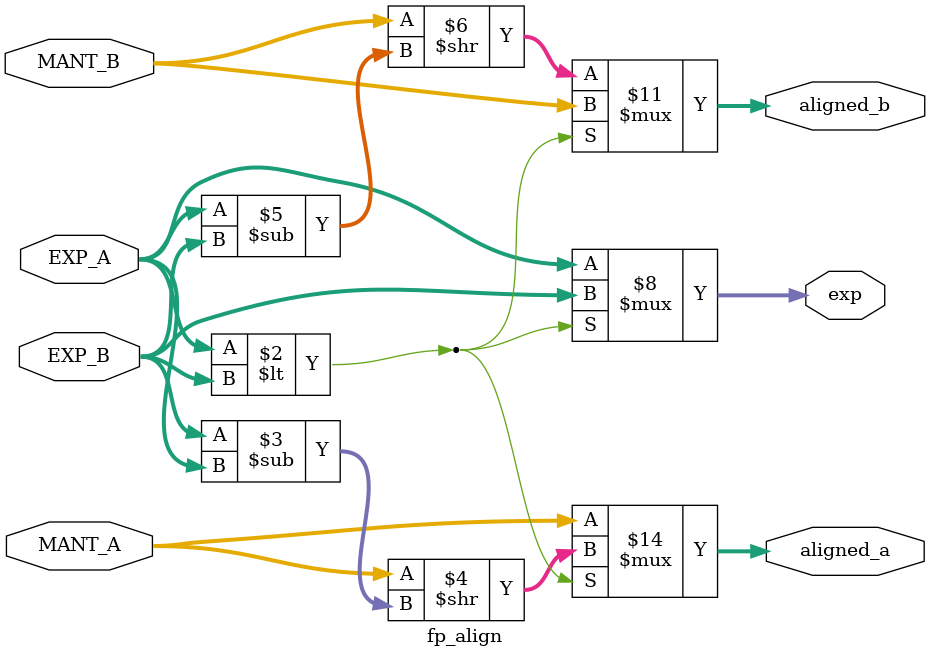
<source format=v>
`timescale 1ns / 1ns

module fp_align(
        output reg [22:0] aligned_a, // new mantissa 
        output reg [22:0] aligned_b, // new mantissa 
        output reg [7:0] exp,

        input wire [7:0] EXP_A,
        input wire [7:0] EXP_B,
        input wire [22:0] MANT_A,
        input wire [22:0] MANT_B,
    );

    reg [7:0] sub;
    always @ (*) begin
        if(EXP_A < EXP_B) begin 
            sub = EXP_B - EXP_A;
            aligned_a = MANT_A >> sub;
            aligned_b = MANT_B;
            exp =  EXP_B;
        end
        else begin 
            sub = EXP_A - EXP_B;
            aligned_b = MANT_B >> sub;
            aligned_a = MANT_A;
            exp = EXP_A;
        end
    end

endmodule

</source>
